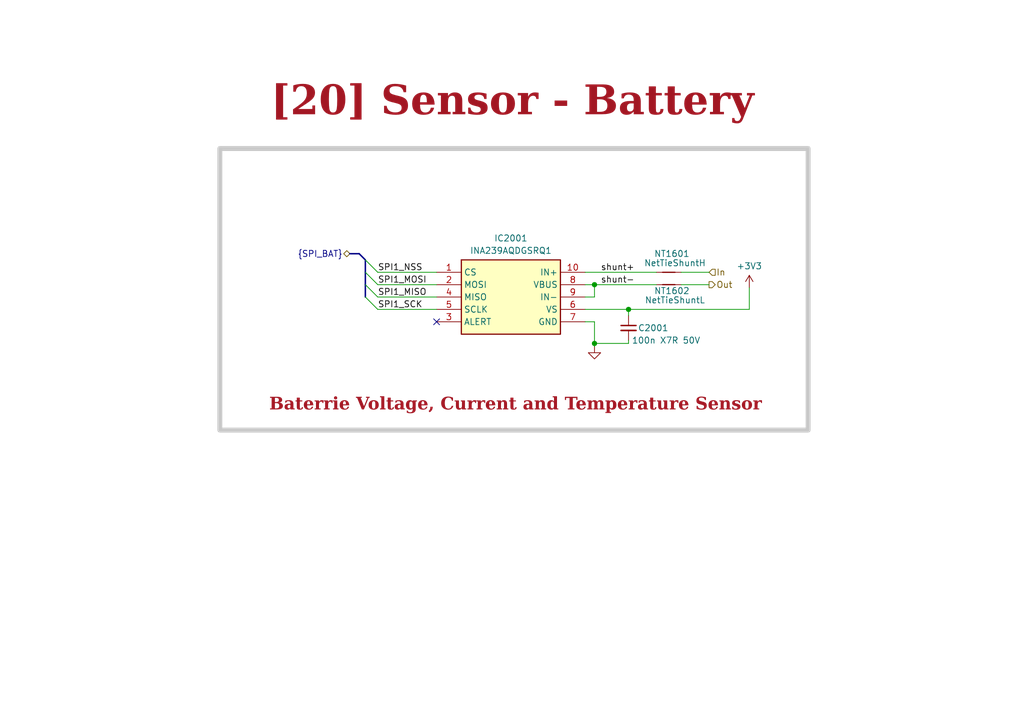
<source format=kicad_sch>
(kicad_sch (version 20231120) (generator "eeschema") (generator_version "8.0")
  (paper "A5")
  (lib_symbols
    (symbol "Device:C_Small" (pin_numbers hide) (pin_names (offset 0.254) hide)
      (property "Reference" "C" (at 0.254 1.778 0))
      (property "Value" "C_Small" (at 0.254 -2.032 0))
      (symbol "C_Small_0_1"
        (polyline (pts (xy -1.524 -0.508) (xy 1.524 -0.508)) (stroke (width 0.3302)))
        (polyline (pts (xy -1.524 0.508) (xy 1.524 0.508)) (stroke (width 0.3048)))
      )
      (symbol "C_Small_1_1"
        (pin passive line (at 0 2.54 270) (length 2.032) (name "~") (number "1"))
        (pin passive line (at 0 -2.54 90) (length 2.032) (name "~") (number "2"))
      )
    )
    (symbol "Device:NetTie_2" (pin_numbers hide) (pin_names (offset 0) hide) (in_bom no)
      (property "Reference" "NT" (at 0 1.27 0))
      (property "Value" "NetTie_2" (at 0 -1.27 0))
      (symbol "NetTie_2_0_1"
        (polyline (pts (xy -1.27 0) (xy 1.27 0)) (stroke (width 0.254)))
      )
      (symbol "NetTie_2_1_1"
        (pin passive line (at -2.54 0 0) (length 2.54) (name "1") (number "1"))
        (pin passive line (at 2.54 0 180) (length 2.54) (name "2") (number "2"))
      )
    )
    (symbol "INA239AQDGSRQ1:INA239AQDGSRQ1"
      (property "Reference" "IC2001" (at 15.24 6.985 0))
      (property "Value" "INA239AQDGSRQ1" (at 15.24 4.445 0))
      (symbol "INA239AQDGSRQ1_1_1"
        (rectangle (start 5.08 2.54) (end 25.4 -12.7) (stroke (width 0.254)) (fill (type background)))
        (pin passive line (at 0 0 0) (length 5.08) (name "CS") (number "1"))
        (pin passive line (at 30.48 0 180) (length 5.08) (name "IN+") (number "10"))
        (pin passive line (at 0 -2.54 0) (length 5.08) (name "MOSI") (number "2"))
        (pin passive line (at 0 -10.16 0) (length 5.08) (name "ALERT") (number "3"))
        (pin passive line (at 0 -5.08 0) (length 5.08) (name "MISO") (number "4"))
        (pin passive line (at 0 -7.62 0) (length 5.08) (name "SCLK") (number "5"))
        (pin passive line (at 30.48 -7.62 180) (length 5.08) (name "VS") (number "6"))
        (pin passive line (at 30.48 -10.16 180) (length 5.08) (name "GND") (number "7"))
        (pin passive line (at 30.48 -2.54 180) (length 5.08) (name "VBUS") (number "8"))
        (pin passive line (at 30.48 -5.08 180) (length 5.08) (name "IN-") (number "9"))
      )
    )
    (symbol "power:+3V3" (power) (pin_names (offset 0))
      (property "Value" "+3V3" (at 0 3.556 0))
      (symbol "+3V3_0_1"
        (polyline (pts (xy -0.762 1.27) (xy 0 2.54)))
        (polyline (pts (xy 0 0) (xy 0 2.54)))
        (polyline (pts (xy 0 2.54) (xy 0.762 1.27)))
      )
      (symbol "+3V3_1_1"
        (pin power_in line (at 0 0 90) (length 0) hide (name "+3V3") (number "1"))
      )
    )
    (symbol "power:GND" (power) (pin_names (offset 0))
      (property "Value" "GND" (at 0 -3.81 0))
      (symbol "GND_0_1"
        (polyline (pts (xy 0 0) (xy 0 -1.27) (xy 1.27 -1.27) (xy 0 -2.54) (xy -1.27 -1.27) (xy 0 -1.27)))
      )
      (symbol "GND_1_1"
        (pin power_in line (at 0 0 270) (length 0) hide (name "GND") (number "1"))
      )
    )
  )
  (junction (at 128.905 63.5))
  (junction (at 121.92 70.485))
  (junction (at 121.92 58.42))
  (no_connect (at 89.535 66.04))
  (bus_entry (at 74.93 53.34) (size 2.54 2.54))
  (bus_entry (at 74.93 60.96) (size 2.54 2.54))
  (bus_entry (at 74.93 58.42) (size 2.54 2.54))
  (bus_entry (at 74.93 55.88) (size 2.54 2.54))
  (wire (pts (xy 128.905 70.485) (xy 121.92 70.485)))
  (bus (pts (xy 73.66 52.07) (xy 71.755 52.07)))
  (wire (pts (xy 153.67 59.055) (xy 153.67 63.5)))
  (wire (pts (xy 121.92 58.42) (xy 134.62 58.42)))
  (bus (pts (xy 74.93 53.34) (xy 73.66 52.07)))
  (wire (pts (xy 120.015 55.88) (xy 134.62 55.88)))
  (wire (pts (xy 77.47 60.96) (xy 89.535 60.96)))
  (bus (pts (xy 74.93 55.88) (xy 74.93 58.42)))
  (wire (pts (xy 120.015 63.5) (xy 128.905 63.5)))
  (wire (pts (xy 77.47 58.42) (xy 89.535 58.42)))
  (wire (pts (xy 121.92 70.485) (xy 121.92 71.12)))
  (wire (pts (xy 77.47 55.88) (xy 89.535 55.88)))
  (wire (pts (xy 120.015 60.96) (xy 121.92 60.96)))
  (wire (pts (xy 120.015 58.42) (xy 121.92 58.42)))
  (wire (pts (xy 139.7 58.42) (xy 145.415 58.42)))
  (bus (pts (xy 74.93 58.42) (xy 74.93 60.96)))
  (wire (pts (xy 128.905 63.5) (xy 153.67 63.5)))
  (wire (pts (xy 128.905 63.5) (xy 128.905 64.77)))
  (bus (pts (xy 74.93 53.34) (xy 74.93 55.88)))
  (wire (pts (xy 128.905 69.85) (xy 128.905 70.485)))
  (wire (pts (xy 120.015 66.04) (xy 121.92 66.04)))
  (wire (pts (xy 77.47 63.5) (xy 89.535 63.5)))
  (wire (pts (xy 121.92 66.04) (xy 121.92 70.485)))
  (wire (pts (xy 121.92 58.42) (xy 121.92 60.96)))
  (wire (pts (xy 139.7 55.88) (xy 145.415 55.88)))
  (rectangle (start 45.085 30.48) (end 165.735 88.265) (stroke (width 1) (color 200 200 200 1)))
  (text_box "Baterrie Voltage, Current and Temperature Sensor" (at 20.32 78.74 0) (size 170.815 7.62) (stroke (width -0.0001)) (effects (font (size 2.54 2.54) (thickness 0.508) (bold yes)) (justify bottom)))
  (text_box "[20] Sensor - Battery\n" (at 12.065 14.605 0) (size 186.055 12.7) (stroke (width -0.0001)) (effects (font (size 6 6) (thickness 1.2) (bold yes))))
  (label "shunt+" (at 123.19 55.88 0))
  (label "SPI1_NSS" (at 77.47 55.88 0))
  (label "SPI1_SCK" (at 77.47 63.5 0))
  (label "shunt-" (at 123.19 58.42 0))
  (label "SPI1_MOSI" (at 77.47 58.42 0))
  (label "SPI1_MISO" (at 77.47 60.96 0))
  (hierarchical_label "{SPI_BAT}" (shape bidirectional) (at 71.755 52.07 180))
  (hierarchical_label "In" (shape input) (at 145.415 55.88 0))
  (hierarchical_label "Out" (shape output) (at 145.415 58.42 0))
  (symbol (lib_id "INA239AQDGSRQ1:INA239AQDGSRQ1") (at 89.535 55.88 0) (unit 1)
    (property "Reference" "IC2001" (at 104.775 48.895 0))
    (property "Value" "INA239AQDGSRQ1" (at 104.775 51.435 0))
    (property "Footprint" "0_diode_smd:SOP50P490X110-10N" (effects (hide yes)))
    (property "Datasheet" "https://www.ti.com/lit/ds/symlink/ina239-q1.pdf?ts=1649085907566&ref_url=https%253A%252F%252Fwww.ti.com%252Fproduct%252FINA239-Q1" (effects (hide yes)))
    (property "Height" "1.1" (effects (hide yes)))
    (property "Mouser Part Number" "595-INA239AQDGSRQ1" (effects (hide yes)))
    (property "Mouser Price/Stock" "https://www.mouser.co.uk/ProductDetail/Texas-Instruments/INA239AQDGSRQ1?qs=QNEnbhJQKva5RO79sS938A%3D%3D" (effects (hide yes)))
    (property "Manufacturer_Name" "Texas Instruments" (effects (hide yes)))
    (property "Manufacturer_Part_Number" "INA239AQDGSRQ1" (effects (hide yes)))
  )
  (symbol (lib_id "Device:NetTie_2") (at 137.16 58.42 0) (unit 1) (in_bom no)
    (property "Reference" "NT1602" (at 137.795 59.69 0))
    (property "Value" "NetTieShuntL" (at 138.43 61.595 0))
    (property "Footprint" "0_net_tie:NetTie-2_SMD_Pad0.2mm" (effects (hide yes)))
  )
  (symbol (lib_id "power:GND") (at 121.92 71.12 0) (unit 1)
    (property "Reference" "#PWR02001" (effects (hide yes)))
    (property "Value" "GND" (effects (hide yes)))
  )
  (symbol (lib_id "power:+3V3") (at 153.67 59.055 0) (unit 1)
    (property "Reference" "#PWR02002" (effects (hide yes)))
    (property "Value" "+3V3" (at 153.67 54.61 0))
  )
  (symbol (lib_id "Device:NetTie_2") (at 137.16 55.88 0) (unit 1) (in_bom no)
    (property "Reference" "NT1601" (at 137.795 52.07 0))
    (property "Value" "NetTieShuntH" (at 138.43 53.975 0))
    (property "Footprint" "0_net_tie:NetTie-2_SMD_Pad0.2mm" (effects (hide yes)))
  )
  (symbol (lib_id "Device:C_Small") (at 128.905 67.31 0) (unit 1)
    (property "Reference" "C2001" (at 130.81 67.31 0) (effects (justify left)))
    (property "Value" "100n X7R 50V" (at 129.54 69.85 0) (effects (justify left)))
    (property "Footprint" "0_capacitor_smd:C_0402_1005_DensityHigh" (effects (hide yes)))
    (property "Datasheet" "https://search.murata.co.jp/Ceramy/image/img/A01X/G101/ENG/GCM155R71H104KE02-01.pdf" (effects (hide yes)))
    (property "Description" "0.1 µF ±10% 50V Ceramic Capacitor X7R 0402 (1005 Metric)" (effects (hide yes)))
    (property "Manufacturer" "Murata Electronics" (effects (hide yes)))
    (property "Manufacturer Part Number" "GCM155R71H104KE02J" (effects (hide yes)))
    (property "Supplier 1" "Digikey" (effects (hide yes)))
    (property "Supplier Part Number 1" "490-14514-1-ND" (effects (hide yes)))
  )
)
</source>
